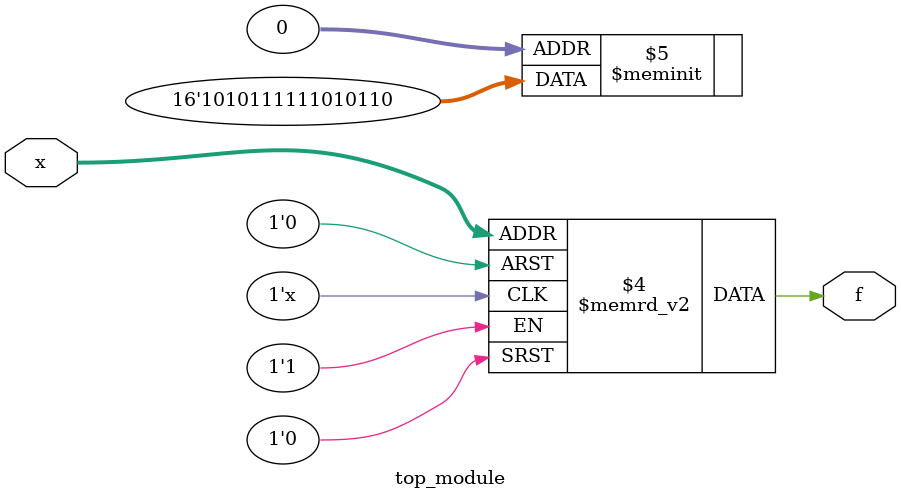
<source format=sv>
module top_module (
    input [4:1] x,
    output logic f
);

always_comb begin
    case (x)
        4'b0000, 4'b0011, 4'b1100, 4'b1110: f = 1'b0;
        4'b0101: f = 1'b0;
        4'b0111, 4'b1001: f = 1'b1;
        4'b1010, 4'b1011: f = 1'b1;
        default: f = 1'b1; // Don't care condition
    endcase
end

endmodule

</source>
